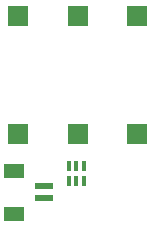
<source format=gbr>
%TF.GenerationSoftware,KiCad,Pcbnew,9.0.0*%
%TF.CreationDate,2025-03-16T05:21:04+01:00*%
%TF.ProjectId,IngestibleCapsule-Antennae,496e6765-7374-4696-926c-654361707375,rev?*%
%TF.SameCoordinates,Original*%
%TF.FileFunction,Paste,Top*%
%TF.FilePolarity,Positive*%
%FSLAX46Y46*%
G04 Gerber Fmt 4.6, Leading zero omitted, Abs format (unit mm)*
G04 Created by KiCad (PCBNEW 9.0.0) date 2025-03-16 05:21:04*
%MOMM*%
%LPD*%
G01*
G04 APERTURE LIST*
%ADD10R,0.304800X0.812800*%
%ADD11R,1.550000X0.600000*%
%ADD12R,1.800000X1.200000*%
%ADD13R,1.803400X1.803400*%
G04 APERTURE END LIST*
D10*
%TO.C,U1*%
X80660000Y-52980002D03*
X80010001Y-52980002D03*
X79360002Y-52980002D03*
X79360002Y-54280000D03*
X80010001Y-54280000D03*
X80660000Y-54280000D03*
%TD*%
D11*
%TO.C,J2*%
X77277000Y-54720000D03*
X77277000Y-55720000D03*
D12*
X74752000Y-53420000D03*
X74752000Y-57020000D03*
%TD*%
D13*
%TO.C,AE1*%
X80110000Y-50313800D03*
X85110000Y-50313800D03*
X85110000Y-40306200D03*
X80110000Y-40306200D03*
X75110000Y-40306200D03*
X75110000Y-50313800D03*
%TD*%
M02*

</source>
